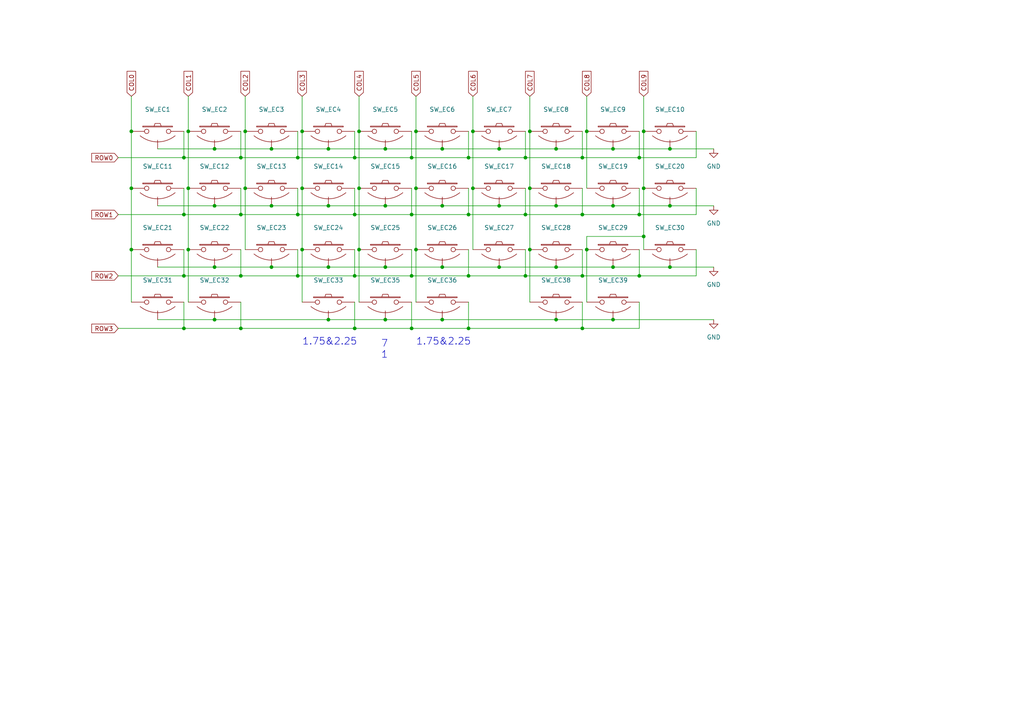
<source format=kicad_sch>
(kicad_sch (version 20230121) (generator eeschema)
  (paper "A4")
  (lib_symbols
    (symbol "cipulot_parts:EC_SW" (pin_numbers hide) (pin_names (offset 1.016) hide)
      (property "Reference" "SW" (at 3.81 2.794 0))
      (property "Value" "EC_SW" (at -3.81 3.81 0))
      (symbol "EC_SW_0_1"
        (arc (start -5.08 -1.27) (mid 0 -3.052) (end 5.08 -1.27))
        (rectangle (start -4.318 1.27) (end 4.318 1.524))
        (polyline (pts (xy -1.016 1.524) (xy -0.762 2.286) (xy 0.762 2.286) (xy 1.016 1.524)))
        (pin passive inverted (at -7.62 0 0) (length 5.08) (name "1") (number "1"))
        (pin passive inverted (at 7.62 0 180) (length 5.08) (name "2") (number "2"))
      )
      (symbol "EC_SW_1_1"
        (pin input line (at 0 -5.08 90) (length 2.54) (name "SG") (number "3"))
      )
    )
    (symbol "power:GND" (power) (pin_names (offset 0))
      (property "Value" "GND" (at 0 -3.81 0))
      (symbol "GND_0_1"
        (polyline (pts (xy 0 0) (xy 0 -1.27) (xy 1.27 -1.27) (xy 0 -2.54) (xy -1.27 -1.27) (xy 0 -1.27)))
      )
      (symbol "GND_1_1"
        (pin power_in line (at 0 0 270) (length 0) hide (name "GND") (number "1"))
      )
    )
  )
  (junction (at 86.36 45.72))
  (junction (at 78.74 43.18))
  (junction (at 102.87 80.01))
  (junction (at 62.23 43.18))
  (junction (at 78.74 59.69))
  (junction (at 120.65 38.1))
  (junction (at 102.87 62.23))
  (junction (at 119.38 45.72))
  (junction (at 152.4 45.72))
  (junction (at 78.74 77.47))
  (junction (at 53.34 62.23))
  (junction (at 62.23 92.71))
  (junction (at 111.76 43.18))
  (junction (at 144.78 43.18))
  (junction (at 161.29 92.71))
  (junction (at 86.36 62.23))
  (junction (at 95.25 59.69))
  (junction (at 102.87 95.25))
  (junction (at 62.23 59.69))
  (junction (at 168.91 45.72))
  (junction (at 53.34 80.01))
  (junction (at 54.61 54.61))
  (junction (at 69.85 95.25))
  (junction (at 137.16 54.61))
  (junction (at 38.1 38.1))
  (junction (at 177.8 77.47))
  (junction (at 104.14 38.1))
  (junction (at 128.27 77.47))
  (junction (at 135.89 95.25))
  (junction (at 120.65 54.61))
  (junction (at 152.4 62.23))
  (junction (at 104.14 54.61))
  (junction (at 69.85 45.72))
  (junction (at 170.18 72.39))
  (junction (at 111.76 59.69))
  (junction (at 54.61 72.39))
  (junction (at 95.25 43.18))
  (junction (at 185.42 80.01))
  (junction (at 170.18 38.1))
  (junction (at 69.85 62.23))
  (junction (at 194.31 43.18))
  (junction (at 38.1 72.39))
  (junction (at 71.12 54.61))
  (junction (at 168.91 80.01))
  (junction (at 186.69 54.61))
  (junction (at 54.61 38.1))
  (junction (at 153.67 72.39))
  (junction (at 135.89 80.01))
  (junction (at 153.67 38.1))
  (junction (at 137.16 38.1))
  (junction (at 177.8 92.71))
  (junction (at 111.76 92.71))
  (junction (at 128.27 92.71))
  (junction (at 153.67 54.61))
  (junction (at 119.38 62.23))
  (junction (at 177.8 43.18))
  (junction (at 62.23 77.47))
  (junction (at 128.27 43.18))
  (junction (at 95.25 77.47))
  (junction (at 185.42 45.72))
  (junction (at 53.34 45.72))
  (junction (at 111.76 77.47))
  (junction (at 186.69 38.1))
  (junction (at 104.14 72.39))
  (junction (at 144.78 77.47))
  (junction (at 177.8 59.69))
  (junction (at 38.1 54.61))
  (junction (at 168.91 95.25))
  (junction (at 69.85 80.01))
  (junction (at 135.89 62.23))
  (junction (at 161.29 77.47))
  (junction (at 119.38 80.01))
  (junction (at 87.63 72.39))
  (junction (at 86.36 80.01))
  (junction (at 194.31 77.47))
  (junction (at 152.4 80.01))
  (junction (at 119.38 95.25))
  (junction (at 194.31 59.69))
  (junction (at 161.29 43.18))
  (junction (at 120.65 72.39))
  (junction (at 144.78 59.69))
  (junction (at 128.27 59.69))
  (junction (at 168.91 62.23))
  (junction (at 87.63 38.1))
  (junction (at 102.87 45.72))
  (junction (at 135.89 45.72))
  (junction (at 185.42 62.23))
  (junction (at 71.12 38.1))
  (junction (at 53.34 95.25))
  (junction (at 186.69 68.58))
  (junction (at 87.63 54.61))
  (junction (at 161.29 59.69))
  (junction (at 95.25 92.71))
  (wire (pts (xy 119.38 87.63) (xy 119.38 95.25)))
  (wire (pts (xy 78.74 77.47) (xy 95.25 77.47)))
  (wire (pts (xy 69.85 38.1) (xy 69.85 45.72)))
  (wire (pts (xy 119.38 62.23) (xy 135.89 62.23)))
  (wire (pts (xy 69.85 95.25) (xy 102.87 95.25)))
  (wire (pts (xy 78.74 59.69) (xy 95.25 59.69)))
  (wire (pts (xy 102.87 87.63) (xy 102.87 95.25)))
  (wire (pts (xy 168.91 72.39) (xy 168.91 80.01)))
  (wire (pts (xy 53.34 54.61) (xy 53.34 62.23)))
  (wire (pts (xy 161.29 59.69) (xy 177.8 59.69)))
  (wire (pts (xy 194.31 77.47) (xy 207.01 77.47)))
  (wire (pts (xy 120.65 54.61) (xy 120.65 72.39)))
  (wire (pts (xy 54.61 27.94) (xy 54.61 38.1)))
  (wire (pts (xy 170.18 27.94) (xy 170.18 38.1)))
  (wire (pts (xy 86.36 80.01) (xy 102.87 80.01)))
  (wire (pts (xy 102.87 45.72) (xy 119.38 45.72)))
  (wire (pts (xy 102.87 80.01) (xy 119.38 80.01)))
  (wire (pts (xy 135.89 62.23) (xy 152.4 62.23)))
  (wire (pts (xy 201.93 38.1) (xy 201.93 45.72)))
  (wire (pts (xy 86.36 45.72) (xy 102.87 45.72)))
  (wire (pts (xy 177.8 59.69) (xy 194.31 59.69)))
  (wire (pts (xy 185.42 62.23) (xy 201.93 62.23)))
  (wire (pts (xy 194.31 43.18) (xy 207.01 43.18)))
  (wire (pts (xy 177.8 92.71) (xy 207.01 92.71)))
  (wire (pts (xy 69.85 54.61) (xy 69.85 62.23)))
  (wire (pts (xy 185.42 54.61) (xy 185.42 62.23)))
  (wire (pts (xy 120.65 38.1) (xy 120.65 54.61)))
  (wire (pts (xy 62.23 43.18) (xy 78.74 43.18)))
  (wire (pts (xy 102.87 95.25) (xy 119.38 95.25)))
  (wire (pts (xy 119.38 38.1) (xy 119.38 45.72)))
  (wire (pts (xy 62.23 92.71) (xy 95.25 92.71)))
  (wire (pts (xy 128.27 43.18) (xy 144.78 43.18)))
  (wire (pts (xy 111.76 92.71) (xy 128.27 92.71)))
  (wire (pts (xy 152.4 72.39) (xy 152.4 80.01)))
  (wire (pts (xy 86.36 38.1) (xy 86.36 45.72)))
  (wire (pts (xy 53.34 38.1) (xy 53.34 45.72)))
  (wire (pts (xy 168.91 87.63) (xy 168.91 95.25)))
  (wire (pts (xy 170.18 38.1) (xy 170.18 54.61)))
  (wire (pts (xy 119.38 95.25) (xy 135.89 95.25)))
  (wire (pts (xy 168.91 54.61) (xy 168.91 62.23)))
  (wire (pts (xy 185.42 38.1) (xy 185.42 45.72)))
  (wire (pts (xy 34.29 45.72) (xy 53.34 45.72)))
  (wire (pts (xy 170.18 72.39) (xy 170.18 87.63)))
  (wire (pts (xy 87.63 72.39) (xy 87.63 87.63)))
  (wire (pts (xy 53.34 72.39) (xy 53.34 80.01)))
  (wire (pts (xy 53.34 87.63) (xy 53.34 95.25)))
  (wire (pts (xy 45.72 77.47) (xy 62.23 77.47)))
  (wire (pts (xy 177.8 77.47) (xy 194.31 77.47)))
  (wire (pts (xy 34.29 80.01) (xy 53.34 80.01)))
  (wire (pts (xy 186.69 54.61) (xy 186.69 68.58)))
  (wire (pts (xy 201.93 54.61) (xy 201.93 62.23)))
  (wire (pts (xy 170.18 68.58) (xy 170.18 72.39)))
  (wire (pts (xy 87.63 38.1) (xy 87.63 54.61)))
  (wire (pts (xy 71.12 27.94) (xy 71.12 38.1)))
  (wire (pts (xy 87.63 27.94) (xy 87.63 38.1)))
  (wire (pts (xy 53.34 95.25) (xy 69.85 95.25)))
  (wire (pts (xy 168.91 80.01) (xy 185.42 80.01)))
  (wire (pts (xy 87.63 54.61) (xy 87.63 72.39)))
  (wire (pts (xy 119.38 54.61) (xy 119.38 62.23)))
  (wire (pts (xy 95.25 77.47) (xy 111.76 77.47)))
  (wire (pts (xy 54.61 72.39) (xy 54.61 87.63)))
  (wire (pts (xy 152.4 45.72) (xy 168.91 45.72)))
  (wire (pts (xy 128.27 77.47) (xy 144.78 77.47)))
  (wire (pts (xy 186.69 68.58) (xy 186.69 72.39)))
  (wire (pts (xy 38.1 72.39) (xy 38.1 87.63)))
  (wire (pts (xy 153.67 72.39) (xy 153.67 87.63)))
  (wire (pts (xy 185.42 87.63) (xy 185.42 95.25)))
  (wire (pts (xy 135.89 87.63) (xy 135.89 95.25)))
  (wire (pts (xy 135.89 95.25) (xy 168.91 95.25)))
  (wire (pts (xy 153.67 38.1) (xy 153.67 54.61)))
  (wire (pts (xy 120.65 27.94) (xy 120.65 38.1)))
  (wire (pts (xy 144.78 59.69) (xy 161.29 59.69)))
  (wire (pts (xy 152.4 62.23) (xy 168.91 62.23)))
  (wire (pts (xy 170.18 68.58) (xy 186.69 68.58)))
  (wire (pts (xy 137.16 38.1) (xy 137.16 54.61)))
  (wire (pts (xy 45.72 43.18) (xy 62.23 43.18)))
  (wire (pts (xy 38.1 27.94) (xy 38.1 38.1)))
  (wire (pts (xy 119.38 45.72) (xy 135.89 45.72)))
  (wire (pts (xy 137.16 27.94) (xy 137.16 38.1)))
  (wire (pts (xy 69.85 45.72) (xy 86.36 45.72)))
  (wire (pts (xy 111.76 43.18) (xy 128.27 43.18)))
  (wire (pts (xy 69.85 80.01) (xy 86.36 80.01)))
  (wire (pts (xy 86.36 72.39) (xy 86.36 80.01)))
  (wire (pts (xy 135.89 72.39) (xy 135.89 80.01)))
  (wire (pts (xy 69.85 72.39) (xy 69.85 80.01)))
  (wire (pts (xy 71.12 54.61) (xy 71.12 72.39)))
  (wire (pts (xy 102.87 38.1) (xy 102.87 45.72)))
  (wire (pts (xy 45.72 92.71) (xy 62.23 92.71)))
  (wire (pts (xy 54.61 54.61) (xy 54.61 72.39)))
  (wire (pts (xy 168.91 95.25) (xy 185.42 95.25)))
  (wire (pts (xy 69.85 87.63) (xy 69.85 95.25)))
  (wire (pts (xy 62.23 59.69) (xy 78.74 59.69)))
  (wire (pts (xy 186.69 27.94) (xy 186.69 38.1)))
  (wire (pts (xy 144.78 77.47) (xy 161.29 77.47)))
  (wire (pts (xy 186.69 38.1) (xy 186.69 54.61)))
  (wire (pts (xy 104.14 54.61) (xy 104.14 72.39)))
  (wire (pts (xy 168.91 62.23) (xy 185.42 62.23)))
  (wire (pts (xy 185.42 45.72) (xy 201.93 45.72)))
  (wire (pts (xy 120.65 72.39) (xy 120.65 87.63)))
  (wire (pts (xy 53.34 62.23) (xy 69.85 62.23)))
  (wire (pts (xy 104.14 27.94) (xy 104.14 38.1)))
  (wire (pts (xy 95.25 43.18) (xy 111.76 43.18)))
  (wire (pts (xy 153.67 54.61) (xy 153.67 72.39)))
  (wire (pts (xy 38.1 38.1) (xy 38.1 54.61)))
  (wire (pts (xy 168.91 45.72) (xy 185.42 45.72)))
  (wire (pts (xy 152.4 38.1) (xy 152.4 45.72)))
  (wire (pts (xy 38.1 54.61) (xy 38.1 72.39)))
  (wire (pts (xy 128.27 92.71) (xy 161.29 92.71)))
  (wire (pts (xy 152.4 54.61) (xy 152.4 62.23)))
  (wire (pts (xy 111.76 59.69) (xy 128.27 59.69)))
  (wire (pts (xy 168.91 38.1) (xy 168.91 45.72)))
  (wire (pts (xy 86.36 62.23) (xy 102.87 62.23)))
  (wire (pts (xy 104.14 72.39) (xy 104.14 87.63)))
  (wire (pts (xy 62.23 77.47) (xy 78.74 77.47)))
  (wire (pts (xy 86.36 54.61) (xy 86.36 62.23)))
  (wire (pts (xy 153.67 27.94) (xy 153.67 38.1)))
  (wire (pts (xy 135.89 54.61) (xy 135.89 62.23)))
  (wire (pts (xy 111.76 77.47) (xy 128.27 77.47)))
  (wire (pts (xy 185.42 80.01) (xy 201.93 80.01)))
  (wire (pts (xy 34.29 62.23) (xy 53.34 62.23)))
  (wire (pts (xy 135.89 80.01) (xy 152.4 80.01)))
  (wire (pts (xy 95.25 59.69) (xy 111.76 59.69)))
  (wire (pts (xy 102.87 54.61) (xy 102.87 62.23)))
  (wire (pts (xy 144.78 43.18) (xy 161.29 43.18)))
  (wire (pts (xy 104.14 38.1) (xy 104.14 54.61)))
  (wire (pts (xy 71.12 38.1) (xy 71.12 54.61)))
  (wire (pts (xy 54.61 38.1) (xy 54.61 54.61)))
  (wire (pts (xy 78.74 43.18) (xy 95.25 43.18)))
  (wire (pts (xy 95.25 92.71) (xy 111.76 92.71)))
  (wire (pts (xy 201.93 72.39) (xy 201.93 80.01)))
  (wire (pts (xy 119.38 80.01) (xy 135.89 80.01)))
  (wire (pts (xy 45.72 59.69) (xy 62.23 59.69)))
  (wire (pts (xy 69.85 62.23) (xy 86.36 62.23)))
  (wire (pts (xy 161.29 43.18) (xy 177.8 43.18)))
  (wire (pts (xy 161.29 92.71) (xy 177.8 92.71)))
  (wire (pts (xy 34.29 95.25) (xy 53.34 95.25)))
  (wire (pts (xy 102.87 62.23) (xy 119.38 62.23)))
  (wire (pts (xy 135.89 45.72) (xy 152.4 45.72)))
  (wire (pts (xy 137.16 54.61) (xy 137.16 72.39)))
  (wire (pts (xy 53.34 45.72) (xy 69.85 45.72)))
  (wire (pts (xy 185.42 72.39) (xy 185.42 80.01)))
  (wire (pts (xy 135.89 38.1) (xy 135.89 45.72)))
  (wire (pts (xy 194.31 59.69) (xy 207.01 59.69)))
  (wire (pts (xy 119.38 72.39) (xy 119.38 80.01)))
  (wire (pts (xy 152.4 80.01) (xy 168.91 80.01)))
  (wire (pts (xy 102.87 72.39) (xy 102.87 80.01)))
  (wire (pts (xy 128.27 59.69) (xy 144.78 59.69)))
  (wire (pts (xy 161.29 77.47) (xy 177.8 77.47)))
  (wire (pts (xy 53.34 80.01) (xy 69.85 80.01)))
  (wire (pts (xy 177.8 43.18) (xy 194.31 43.18)))
  (text "1.75&2.25\n" (at 120.65 100.33 0) (effects (font (size 2 2)) (justify left bottom)))
  (text "1.75&2.25\n" (at 87.63 100.33 0) (effects (font (size 2 2)) (justify left bottom)))
  (text "7\n1" (at 110.49 104.14 0) (effects (font (size 2 2)) (justify left bottom)))
  (global_label "COL9" (shape input) (at 186.69 27.94 90) (property "Intersheetrefs" "${INTERSHEET_REFS}" (effects hide)))
  (global_label "COL0" (shape input) (at 38.1 27.94 90) (property "Intersheetrefs" "${INTERSHEET_REFS}" (effects hide)))
  (global_label "ROW2" (shape input) (at 34.29 80.01 180) (property "Intersheetrefs" "${INTERSHEET_REFS}" (effects hide)))
  (global_label "COL7" (shape input) (at 153.67 27.94 90) (property "Intersheetrefs" "${INTERSHEET_REFS}" (effects hide)))
  (global_label "COL2" (shape input) (at 71.12 27.94 90) (property "Intersheetrefs" "${INTERSHEET_REFS}" (effects hide)))
  (global_label "ROW1" (shape input) (at 34.29 62.23 180) (property "Intersheetrefs" "${INTERSHEET_REFS}" (effects hide)))
  (global_label "ROW3" (shape input) (at 34.29 95.25 180) (property "Intersheetrefs" "${INTERSHEET_REFS}" (effects hide)))
  (global_label "COL5" (shape input) (at 120.65 27.94 90) (property "Intersheetrefs" "${INTERSHEET_REFS}" (effects hide)))
  (global_label "COL4" (shape input) (at 104.14 27.94 90) (property "Intersheetrefs" "${INTERSHEET_REFS}" (effects hide)))
  (global_label "COL3" (shape input) (at 87.63 27.94 90) (property "Intersheetrefs" "${INTERSHEET_REFS}" (effects hide)))
  (global_label "COL8" (shape input) (at 170.18 27.94 90) (property "Intersheetrefs" "${INTERSHEET_REFS}" (effects hide)))
  (global_label "COL6" (shape input) (at 137.16 27.94 90) (property "Intersheetrefs" "${INTERSHEET_REFS}" (effects hide)))
  (global_label "COL1" (shape input) (at 54.61 27.94 90) (property "Intersheetrefs" "${INTERSHEET_REFS}" (effects hide)))
  (global_label "ROW0" (shape input) (at 34.29 45.72 180) (property "Intersheetrefs" "${INTERSHEET_REFS}" (effects hide)))
  (symbol (lib_id "cipulot_parts:EC_SW") (at 62.23 72.39 0) (unit 1)
    (property "Reference" "SW_EC22" (at 62.23 66.04 0))
    (property "Value" "Topre" (effects hide))
    (property "Footprint" "cipulot_parts:ecs_pad_1U_no_ring" (effects hide))
  )
  (symbol (lib_id "cipulot_parts:EC_SW") (at 95.25 87.63 0) (unit 1)
    (property "Reference" "SW_EC33" (at 95.25 81.28 0))
    (property "Value" "Topre" (effects hide))
    (property "Footprint" "cipulot_parts:ecs_pad_no_ring_stepped&normal" (effects hide))
  )
  (symbol (lib_id "cipulot_parts:EC_SW") (at 45.72 54.61 0) (unit 1)
    (property "Reference" "SW_EC11" (at 45.72 48.26 0))
    (property "Value" "Topre" (effects hide))
    (property "Footprint" "cipulot_parts:ecs_pad_1U_no_ring" (effects hide))
  )
  (symbol (lib_id "cipulot_parts:EC_SW") (at 177.8 72.39 0) (unit 1)
    (property "Reference" "SW_EC29" (at 177.8 66.04 0))
    (property "Value" "Topre" (effects hide))
    (property "Footprint" "cipulot_parts:ecs_pad_1U_no_ring" (effects hide))
  )
  (symbol (lib_id "cipulot_parts:EC_SW") (at 128.27 54.61 0) (unit 1)
    (property "Reference" "SW_EC16" (at 128.27 48.26 0))
    (property "Value" "Topre" (effects hide))
    (property "Footprint" "cipulot_parts:ecs_pad_1U_no_ring" (effects hide))
  )
  (symbol (lib_id "cipulot_parts:EC_SW") (at 95.25 72.39 0) (unit 1)
    (property "Reference" "SW_EC24" (at 95.25 66.04 0))
    (property "Value" "Topre" (effects hide))
    (property "Footprint" "cipulot_parts:ecs_pad_1U_no_ring" (effects hide))
  )
  (symbol (lib_id "cipulot_parts:EC_SW") (at 144.78 38.1 0) (unit 1)
    (property "Reference" "SW_EC7" (at 144.78 31.75 0))
    (property "Value" "Topre" (effects hide))
    (property "Footprint" "cipulot_parts:ecs_pad_1U_no_ring" (effects hide))
  )
  (symbol (lib_id "cipulot_parts:EC_SW") (at 62.23 54.61 0) (unit 1)
    (property "Reference" "SW_EC12" (at 62.23 48.26 0))
    (property "Value" "Topre" (effects hide))
    (property "Footprint" "cipulot_parts:ecs_pad_1U_no_ring" (effects hide))
  )
  (symbol (lib_id "cipulot_parts:EC_SW") (at 177.8 38.1 0) (unit 1)
    (property "Reference" "SW_EC9" (at 177.8 31.75 0))
    (property "Value" "Topre" (effects hide))
    (property "Footprint" "cipulot_parts:ecs_pad_1U_no_ring" (effects hide))
  )
  (symbol (lib_id "cipulot_parts:EC_SW") (at 95.25 38.1 0) (unit 1)
    (property "Reference" "SW_EC4" (at 95.25 31.75 0))
    (property "Value" "Topre" (effects hide))
    (property "Footprint" "cipulot_parts:ecs_pad_1U_no_ring" (effects hide))
  )
  (symbol (lib_id "cipulot_parts:EC_SW") (at 161.29 87.63 0) (unit 1)
    (property "Reference" "SW_EC38" (at 161.29 81.28 0))
    (property "Value" "Topre" (effects hide))
    (property "Footprint" "cipulot_parts:ecs_pad_1U_no_ring" (effects hide))
  )
  (symbol (lib_id "cipulot_parts:EC_SW") (at 194.31 54.61 0) (unit 1)
    (property "Reference" "SW_EC20" (at 194.31 48.26 0))
    (property "Value" "Topre" (effects hide))
    (property "Footprint" "cipulot_parts:ecs_pad_1U_no_ring" (effects hide))
  )
  (symbol (lib_id "cipulot_parts:EC_SW") (at 177.8 54.61 0) (unit 1)
    (property "Reference" "SW_EC19" (at 177.8 48.26 0))
    (property "Value" "Topre" (effects hide))
    (property "Footprint" "cipulot_parts:ecs_pad_1U_no_ring" (effects hide))
  )
  (symbol (lib_id "power:GND") (at 207.01 77.47 0) (unit 1)
    (property "Reference" "#PWR033" (effects hide))
    (property "Value" "GND" (at 207.01 82.55 0))
  )
  (symbol (lib_id "cipulot_parts:EC_SW") (at 45.72 72.39 0) (unit 1)
    (property "Reference" "SW_EC21" (at 45.72 66.04 0))
    (property "Value" "Topre" (effects hide))
    (property "Footprint" "cipulot_parts:ecs_pad_1U_no_ring" (effects hide))
  )
  (symbol (lib_id "cipulot_parts:EC_SW") (at 95.25 54.61 0) (unit 1)
    (property "Reference" "SW_EC14" (at 95.25 48.26 0))
    (property "Value" "Topre" (effects hide))
    (property "Footprint" "cipulot_parts:ecs_pad_1U_no_ring" (effects hide))
  )
  (symbol (lib_id "power:GND") (at 207.01 43.18 0) (unit 1)
    (property "Reference" "#PWR08" (effects hide))
    (property "Value" "GND" (at 207.01 48.26 0))
  )
  (symbol (lib_id "cipulot_parts:EC_SW") (at 78.74 72.39 0) (unit 1)
    (property "Reference" "SW_EC23" (at 78.74 66.04 0))
    (property "Value" "Topre" (effects hide))
    (property "Footprint" "cipulot_parts:ecs_pad_1U_no_ring" (effects hide))
  )
  (symbol (lib_id "cipulot_parts:EC_SW") (at 194.31 72.39 0) (unit 1)
    (property "Reference" "SW_EC30" (at 194.31 66.04 0))
    (property "Value" "Topre" (effects hide))
    (property "Footprint" "cipulot_parts:ecs_pad_1U_no_ring" (effects hide))
  )
  (symbol (lib_id "cipulot_parts:EC_SW") (at 128.27 38.1 0) (unit 1)
    (property "Reference" "SW_EC6" (at 128.27 31.75 0))
    (property "Value" "Topre" (effects hide))
    (property "Footprint" "cipulot_parts:ecs_pad_1U_no_ring" (effects hide))
  )
  (symbol (lib_id "cipulot_parts:EC_SW") (at 128.27 72.39 0) (unit 1)
    (property "Reference" "SW_EC26" (at 128.27 66.04 0))
    (property "Value" "Topre" (effects hide))
    (property "Footprint" "cipulot_parts:ecs_pad_1U_no_ring" (effects hide))
  )
  (symbol (lib_id "cipulot_parts:EC_SW") (at 161.29 38.1 0) (unit 1)
    (property "Reference" "SW_EC8" (at 161.29 31.75 0))
    (property "Value" "Topre" (effects hide))
    (property "Footprint" "cipulot_parts:ecs_pad_1U_no_ring" (effects hide))
  )
  (symbol (lib_id "cipulot_parts:EC_SW") (at 45.72 38.1 0) (unit 1)
    (property "Reference" "SW_EC1" (at 45.72 31.75 0))
    (property "Value" "Topre" (effects hide))
    (property "Footprint" "cipulot_parts:ecs_pad_1U_no_ring" (effects hide))
  )
  (symbol (lib_id "cipulot_parts:EC_SW") (at 111.76 38.1 0) (unit 1)
    (property "Reference" "SW_EC5" (at 111.76 31.75 0))
    (property "Value" "Topre" (effects hide))
    (property "Footprint" "cipulot_parts:ecs_pad_1U_no_ring" (effects hide))
  )
  (symbol (lib_id "cipulot_parts:EC_SW") (at 111.76 54.61 0) (unit 1)
    (property "Reference" "SW_EC15" (at 111.76 48.26 0))
    (property "Value" "Topre" (effects hide))
    (property "Footprint" "cipulot_parts:ecs_pad_1U_no_ring" (effects hide))
  )
  (symbol (lib_id "cipulot_parts:EC_SW") (at 111.76 87.63 0) (unit 1)
    (property "Reference" "SW_EC35" (at 111.76 81.28 0))
    (property "Value" "Topre" (effects hide))
    (property "Footprint" "cipulot_parts:ecs_pad_1U_no_ring" (effects hide))
  )
  (symbol (lib_id "cipulot_parts:EC_SW") (at 45.72 87.63 0) (unit 1)
    (property "Reference" "SW_EC31" (at 45.72 81.28 0))
    (property "Value" "Topre" (effects hide))
    (property "Footprint" "cipulot_parts:ecs_pad_1U_no_ring" (effects hide))
  )
  (symbol (lib_id "cipulot_parts:EC_SW") (at 177.8 87.63 0) (unit 1)
    (property "Reference" "SW_EC39" (at 177.8 81.28 0))
    (property "Value" "Topre" (effects hide))
    (property "Footprint" "cipulot_parts:ecs_pad_1U_no_ring" (effects hide))
  )
  (symbol (lib_id "cipulot_parts:EC_SW") (at 62.23 87.63 0) (unit 1)
    (property "Reference" "SW_EC32" (at 62.23 81.28 0))
    (property "Value" "Topre" (effects hide))
    (property "Footprint" "cipulot_parts:ecs_pad_1U_no_ring" (effects hide))
  )
  (symbol (lib_id "power:GND") (at 207.01 92.71 0) (unit 1)
    (property "Reference" "#PWR034" (effects hide))
    (property "Value" "GND" (at 207.01 97.79 0))
  )
  (symbol (lib_id "cipulot_parts:EC_SW") (at 194.31 38.1 0) (unit 1)
    (property "Reference" "SW_EC10" (at 194.31 31.75 0))
    (property "Value" "Topre" (effects hide))
    (property "Footprint" "cipulot_parts:ecs_pad_1U_no_ring" (effects hide))
  )
  (symbol (lib_id "power:GND") (at 207.01 59.69 0) (unit 1)
    (property "Reference" "#PWR032" (effects hide))
    (property "Value" "GND" (at 207.01 64.77 0))
  )
  (symbol (lib_id "cipulot_parts:EC_SW") (at 161.29 54.61 0) (unit 1)
    (property "Reference" "SW_EC18" (at 161.29 48.26 0))
    (property "Value" "Topre" (effects hide))
    (property "Footprint" "cipulot_parts:ecs_pad_1U_no_ring" (effects hide))
  )
  (symbol (lib_id "cipulot_parts:EC_SW") (at 78.74 54.61 0) (unit 1)
    (property "Reference" "SW_EC13" (at 78.74 48.26 0))
    (property "Value" "Topre" (effects hide))
    (property "Footprint" "cipulot_parts:ecs_pad_1U_no_ring" (effects hide))
  )
  (symbol (lib_id "cipulot_parts:EC_SW") (at 128.27 87.63 0) (unit 1)
    (property "Reference" "SW_EC36" (at 128.27 81.28 0))
    (property "Value" "Topre" (effects hide))
    (property "Footprint" "cipulot_parts:ecs_pad_no_ring_stepped&normal" (effects hide))
  )
  (symbol (lib_id "cipulot_parts:EC_SW") (at 111.76 72.39 0) (unit 1)
    (property "Reference" "SW_EC25" (at 111.76 66.04 0))
    (property "Value" "Topre" (effects hide))
    (property "Footprint" "cipulot_parts:ecs_pad_1U_no_ring" (effects hide))
  )
  (symbol (lib_id "cipulot_parts:EC_SW") (at 62.23 38.1 0) (unit 1)
    (property "Reference" "SW_EC2" (at 62.23 31.75 0))
    (property "Value" "Topre" (effects hide))
    (property "Footprint" "cipulot_parts:ecs_pad_1U_no_ring" (effects hide))
  )
  (symbol (lib_id "cipulot_parts:EC_SW") (at 144.78 54.61 0) (unit 1)
    (property "Reference" "SW_EC17" (at 144.78 48.26 0))
    (property "Value" "Topre" (effects hide))
    (property "Footprint" "cipulot_parts:ecs_pad_1U_no_ring" (effects hide))
  )
  (symbol (lib_id "cipulot_parts:EC_SW") (at 144.78 72.39 0) (unit 1)
    (property "Reference" "SW_EC27" (at 144.78 66.04 0))
    (property "Value" "Topre" (effects hide))
    (property "Footprint" "cipulot_parts:ecs_pad_1U_no_ring" (effects hide))
  )
  (symbol (lib_id "cipulot_parts:EC_SW") (at 161.29 72.39 0) (unit 1)
    (property "Reference" "SW_EC28" (at 161.29 66.04 0))
    (property "Value" "Topre" (effects hide))
    (property "Footprint" "cipulot_parts:ecs_pad_1U_no_ring" (effects hide))
  )
  (symbol (lib_id "cipulot_parts:EC_SW") (at 78.74 38.1 0) (unit 1)
    (property "Reference" "SW_EC3" (at 78.74 31.75 0))
    (property "Value" "Topre" (effects hide))
    (property "Footprint" "cipulot_parts:ecs_pad_1U_no_ring" (effects hide))
  )
)
</source>
